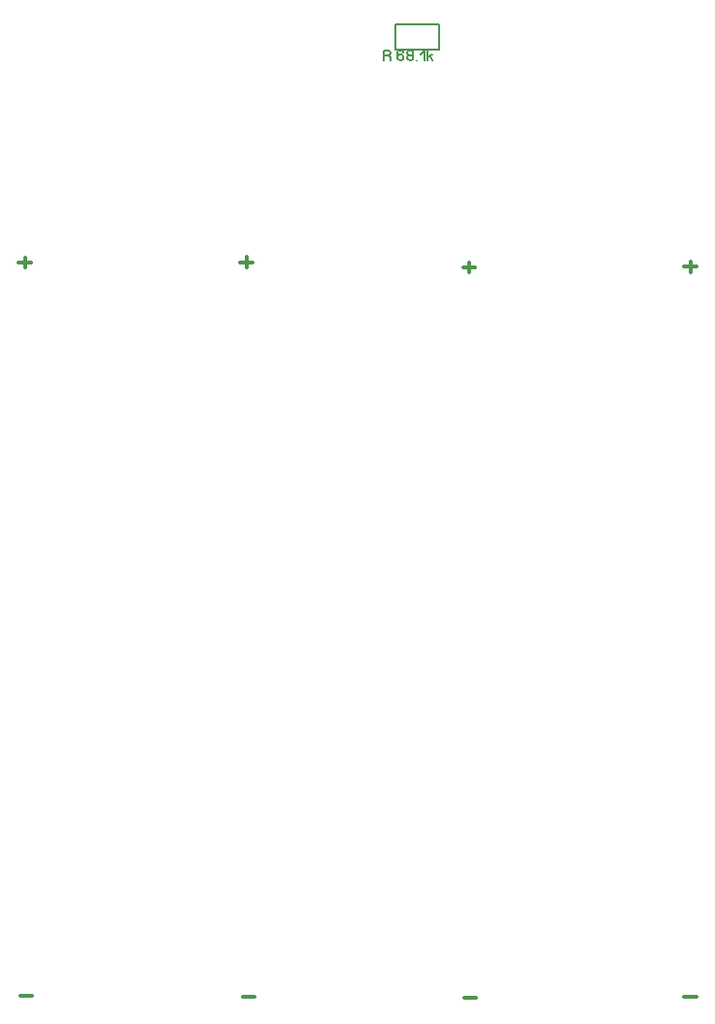
<source format=gbr>
%FSLAX34Y34*%
%MOMM*%
%LNSILK_BOTTOM*%
G71*
G01*
%ADD10C,0.318*%
%ADD11C,0.159*%
%ADD12C,0.150*%
%LPD*%
G54D10*
X56000Y-790222D02*
X45333Y-790222D01*
G54D10*
X250000Y-791222D02*
X239333Y-791222D01*
G54D10*
X443000Y-792222D02*
X432333Y-792222D01*
G54D10*
X635000Y-791222D02*
X624333Y-791222D01*
G54D10*
X55000Y-152222D02*
X44333Y-152222D01*
G54D10*
X49667Y-147778D02*
X49667Y-156667D01*
G54D11*
X365312Y28361D02*
X367312Y27250D01*
X367979Y26139D01*
X367979Y23917D01*
G54D11*
X362645Y23917D02*
X362645Y32806D01*
X365979Y32806D01*
X367312Y32250D01*
X367979Y31139D01*
X367979Y30028D01*
X367312Y28917D01*
X365979Y28361D01*
X362645Y28361D01*
G54D11*
X379667Y31139D02*
X379000Y32250D01*
X377667Y32806D01*
X376333Y32806D01*
X375000Y32250D01*
X374333Y31139D01*
X374333Y28361D01*
X374333Y27806D01*
X376333Y28917D01*
X377667Y28917D01*
X379000Y28361D01*
X379667Y27250D01*
X379667Y25583D01*
X379000Y24472D01*
X377667Y23917D01*
X376333Y23917D01*
X375000Y24472D01*
X374333Y25583D01*
X374333Y28361D01*
G54D11*
X386111Y28361D02*
X384777Y28361D01*
X383444Y28917D01*
X382777Y30028D01*
X382777Y31139D01*
X383444Y32250D01*
X384777Y32806D01*
X386111Y32806D01*
X387444Y32250D01*
X388111Y31139D01*
X388111Y30028D01*
X387444Y28917D01*
X386111Y28361D01*
X387444Y27806D01*
X388111Y26694D01*
X388111Y25583D01*
X387444Y24472D01*
X386111Y23917D01*
X384777Y23917D01*
X383444Y24472D01*
X382777Y25583D01*
X382777Y26694D01*
X383444Y27806D01*
X384777Y28361D01*
G54D11*
X391221Y23917D02*
X391221Y23917D01*
G54D11*
X394332Y29472D02*
X397666Y32806D01*
X397666Y23917D01*
G54D11*
X400776Y23917D02*
X400776Y32806D01*
G54D11*
X402776Y27250D02*
X404776Y23917D01*
G54D11*
X400776Y26139D02*
X404776Y28917D01*
G54D12*
X372500Y55000D02*
X372500Y33000D01*
X410500Y33000D01*
X410500Y55000D01*
X372500Y55000D01*
G54D10*
X248000Y-151722D02*
X237333Y-151722D01*
G54D10*
X242667Y-147278D02*
X242667Y-156167D01*
G54D10*
X442000Y-156222D02*
X431333Y-156222D01*
G54D10*
X436667Y-151778D02*
X436667Y-160667D01*
G54D10*
X635000Y-155722D02*
X624333Y-155722D01*
G54D10*
X629667Y-151278D02*
X629667Y-160167D01*
M02*

</source>
